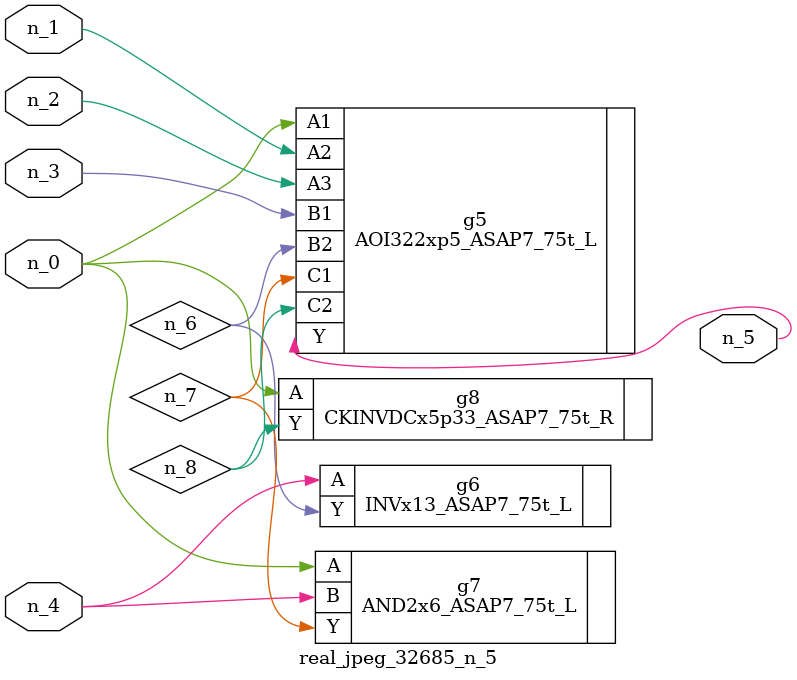
<source format=v>
module real_jpeg_32685_n_5 (n_4, n_0, n_1, n_2, n_3, n_5);

input n_4;
input n_0;
input n_1;
input n_2;
input n_3;

output n_5;

wire n_8;
wire n_6;
wire n_7;

AOI322xp5_ASAP7_75t_L g5 ( 
.A1(n_0),
.A2(n_1),
.A3(n_2),
.B1(n_3),
.B2(n_6),
.C1(n_7),
.C2(n_8),
.Y(n_5)
);

AND2x6_ASAP7_75t_L g7 ( 
.A(n_0),
.B(n_4),
.Y(n_7)
);

CKINVDCx5p33_ASAP7_75t_R g8 ( 
.A(n_0),
.Y(n_8)
);

INVx13_ASAP7_75t_L g6 ( 
.A(n_4),
.Y(n_6)
);


endmodule
</source>
